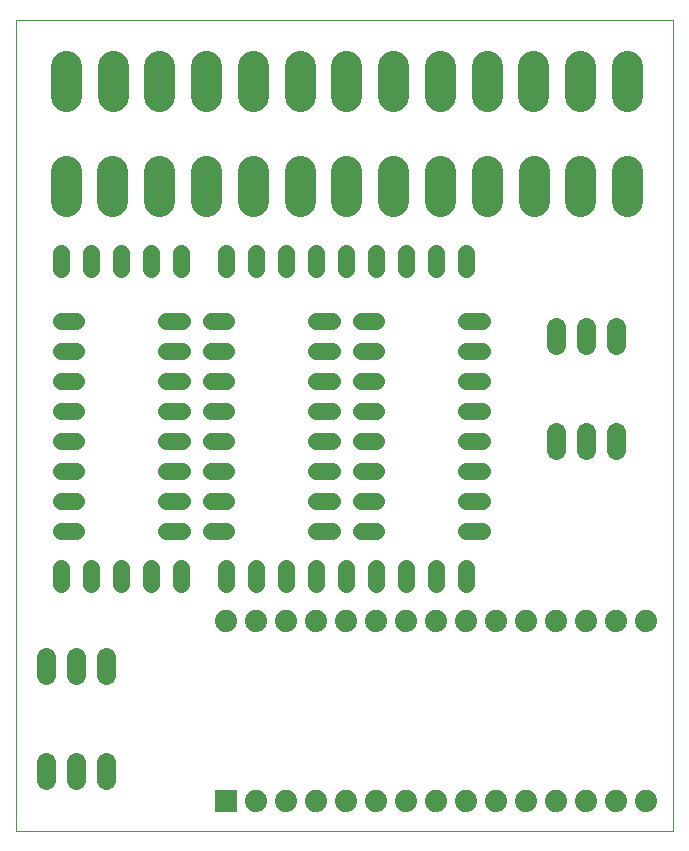
<source format=gbs>
G75*
%MOIN*%
%OFA0B0*%
%FSLAX25Y25*%
%IPPOS*%
%LPD*%
%AMOC8*
5,1,8,0,0,1.08239X$1,22.5*
%
%ADD10C,0.00000*%
%ADD11C,0.06337*%
%ADD12C,0.05600*%
%ADD13R,0.07400X0.07400*%
%ADD14C,0.07400*%
%ADD15C,0.10439*%
%ADD16C,0.10300*%
D10*
X0011800Y0016800D02*
X0011800Y0287076D01*
X0230501Y0287076D01*
X0230501Y0016800D01*
X0011800Y0016800D01*
D11*
X0021800Y0033831D02*
X0021800Y0039769D01*
X0031800Y0039769D02*
X0031800Y0033831D01*
X0041800Y0033831D02*
X0041800Y0039769D01*
X0041800Y0068831D02*
X0041800Y0074769D01*
X0031800Y0074769D02*
X0031800Y0068831D01*
X0021800Y0068831D02*
X0021800Y0074769D01*
X0191800Y0143831D02*
X0191800Y0149769D01*
X0201800Y0149769D02*
X0201800Y0143831D01*
X0211800Y0143831D02*
X0211800Y0149769D01*
X0211800Y0178831D02*
X0211800Y0184769D01*
X0201800Y0184769D02*
X0201800Y0178831D01*
X0191800Y0178831D02*
X0191800Y0184769D01*
D12*
X0167000Y0186800D02*
X0161800Y0186800D01*
X0161800Y0176800D02*
X0167000Y0176800D01*
X0167000Y0166800D02*
X0161800Y0166800D01*
X0161800Y0156800D02*
X0167000Y0156800D01*
X0167000Y0146800D02*
X0161800Y0146800D01*
X0161800Y0136800D02*
X0167000Y0136800D01*
X0167000Y0126800D02*
X0161800Y0126800D01*
X0161800Y0116800D02*
X0167000Y0116800D01*
X0161800Y0104400D02*
X0161800Y0099200D01*
X0151800Y0099200D02*
X0151800Y0104400D01*
X0141800Y0104400D02*
X0141800Y0099200D01*
X0131800Y0099200D02*
X0131800Y0104400D01*
X0121800Y0104400D02*
X0121800Y0099200D01*
X0111800Y0099200D02*
X0111800Y0104400D01*
X0101800Y0104400D02*
X0101800Y0099200D01*
X0091800Y0099200D02*
X0091800Y0104400D01*
X0081800Y0104400D02*
X0081800Y0099200D01*
X0066800Y0099200D02*
X0066800Y0104400D01*
X0056800Y0104400D02*
X0056800Y0099200D01*
X0046800Y0099200D02*
X0046800Y0104400D01*
X0036800Y0104400D02*
X0036800Y0099200D01*
X0026800Y0099200D02*
X0026800Y0104400D01*
X0026600Y0116800D02*
X0031800Y0116800D01*
X0031800Y0126800D02*
X0026600Y0126800D01*
X0026600Y0136800D02*
X0031800Y0136800D01*
X0031800Y0146800D02*
X0026600Y0146800D01*
X0026600Y0156800D02*
X0031800Y0156800D01*
X0031800Y0166800D02*
X0026600Y0166800D01*
X0026600Y0176800D02*
X0031800Y0176800D01*
X0031800Y0186800D02*
X0026600Y0186800D01*
X0026800Y0204200D02*
X0026800Y0209400D01*
X0036800Y0209400D02*
X0036800Y0204200D01*
X0046800Y0204200D02*
X0046800Y0209400D01*
X0056800Y0209400D02*
X0056800Y0204200D01*
X0066800Y0204200D02*
X0066800Y0209400D01*
X0081800Y0209400D02*
X0081800Y0204200D01*
X0091800Y0204200D02*
X0091800Y0209400D01*
X0101800Y0209400D02*
X0101800Y0204200D01*
X0111800Y0204200D02*
X0111800Y0209400D01*
X0121800Y0209400D02*
X0121800Y0204200D01*
X0131800Y0204200D02*
X0131800Y0209400D01*
X0141800Y0209400D02*
X0141800Y0204200D01*
X0151800Y0204200D02*
X0151800Y0209400D01*
X0161800Y0209400D02*
X0161800Y0204200D01*
X0131800Y0186800D02*
X0126600Y0186800D01*
X0117000Y0186800D02*
X0111800Y0186800D01*
X0111800Y0176800D02*
X0117000Y0176800D01*
X0126600Y0176800D02*
X0131800Y0176800D01*
X0131800Y0166800D02*
X0126600Y0166800D01*
X0117000Y0166800D02*
X0111800Y0166800D01*
X0111800Y0156800D02*
X0117000Y0156800D01*
X0126600Y0156800D02*
X0131800Y0156800D01*
X0131800Y0146800D02*
X0126600Y0146800D01*
X0117000Y0146800D02*
X0111800Y0146800D01*
X0111800Y0136800D02*
X0117000Y0136800D01*
X0126600Y0136800D02*
X0131800Y0136800D01*
X0131800Y0126800D02*
X0126600Y0126800D01*
X0117000Y0126800D02*
X0111800Y0126800D01*
X0111800Y0116800D02*
X0117000Y0116800D01*
X0126600Y0116800D02*
X0131800Y0116800D01*
X0081800Y0116800D02*
X0076600Y0116800D01*
X0076600Y0126800D02*
X0081800Y0126800D01*
X0081800Y0136800D02*
X0076600Y0136800D01*
X0067000Y0136800D02*
X0061800Y0136800D01*
X0061800Y0126800D02*
X0067000Y0126800D01*
X0067000Y0116800D02*
X0061800Y0116800D01*
X0061800Y0146800D02*
X0067000Y0146800D01*
X0067000Y0156800D02*
X0061800Y0156800D01*
X0061800Y0166800D02*
X0067000Y0166800D01*
X0076600Y0166800D02*
X0081800Y0166800D01*
X0081800Y0156800D02*
X0076600Y0156800D01*
X0076600Y0146800D02*
X0081800Y0146800D01*
X0081800Y0176800D02*
X0076600Y0176800D01*
X0076600Y0186800D02*
X0081800Y0186800D01*
X0067000Y0186800D02*
X0061800Y0186800D01*
X0061800Y0176800D02*
X0067000Y0176800D01*
D13*
X0081800Y0026800D03*
D14*
X0091800Y0026800D03*
X0101800Y0026800D03*
X0111800Y0026800D03*
X0121800Y0026800D03*
X0131800Y0026800D03*
X0141800Y0026800D03*
X0151800Y0026800D03*
X0161800Y0026800D03*
X0171800Y0026800D03*
X0181800Y0026800D03*
X0191800Y0026800D03*
X0201800Y0026800D03*
X0211800Y0026800D03*
X0221800Y0026800D03*
X0221800Y0086800D03*
X0211800Y0086800D03*
X0201800Y0086800D03*
X0191800Y0086800D03*
X0181800Y0086800D03*
X0171800Y0086800D03*
X0161800Y0086800D03*
X0151800Y0086800D03*
X0141800Y0086800D03*
X0131800Y0086800D03*
X0121800Y0086800D03*
X0111800Y0086800D03*
X0101800Y0086800D03*
X0091800Y0086800D03*
X0081800Y0086800D03*
D15*
X0075028Y0261780D02*
X0075028Y0271820D01*
X0059438Y0271820D02*
X0059438Y0261780D01*
X0043847Y0261780D02*
X0043847Y0271820D01*
X0028257Y0271820D02*
X0028257Y0261780D01*
X0090619Y0261780D02*
X0090619Y0271820D01*
X0106209Y0271820D02*
X0106209Y0261780D01*
X0121800Y0261780D02*
X0121800Y0271820D01*
X0137391Y0271820D02*
X0137391Y0261780D01*
X0152981Y0261780D02*
X0152981Y0271820D01*
X0168572Y0271820D02*
X0168572Y0261780D01*
X0184162Y0261780D02*
X0184162Y0271820D01*
X0199753Y0271820D02*
X0199753Y0261780D01*
X0215343Y0261780D02*
X0215343Y0271820D01*
D16*
X0215400Y0236750D02*
X0215400Y0226850D01*
X0199800Y0226850D02*
X0199800Y0236750D01*
X0184200Y0236750D02*
X0184200Y0226850D01*
X0168600Y0226850D02*
X0168600Y0236750D01*
X0153000Y0236750D02*
X0153000Y0226850D01*
X0137400Y0226850D02*
X0137400Y0236750D01*
X0121800Y0236750D02*
X0121800Y0226850D01*
X0106200Y0226850D02*
X0106200Y0236750D01*
X0090600Y0236750D02*
X0090600Y0226850D01*
X0075000Y0226850D02*
X0075000Y0236750D01*
X0059400Y0236750D02*
X0059400Y0226850D01*
X0043800Y0226850D02*
X0043800Y0236750D01*
X0028200Y0236750D02*
X0028200Y0226850D01*
M02*

</source>
